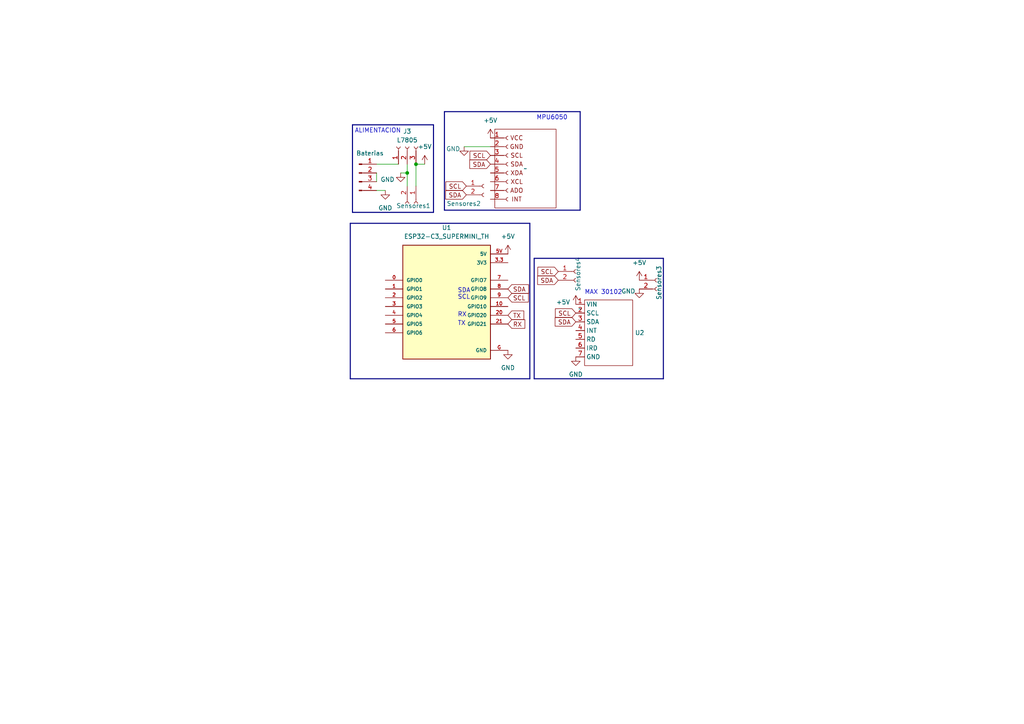
<source format=kicad_sch>
(kicad_sch (version 20230121) (generator eeschema)

  (uuid 04f87a8a-b6fa-48c9-add2-fbab3b3fb7dc)

  (paper "A4")

  (lib_symbols
    (symbol "Connector:Conn_01x02_Socket" (pin_names (offset 1.016) hide) (in_bom yes) (on_board yes)
      (property "Reference" "J" (at 0 2.54 0)
        (effects (font (size 1.27 1.27)))
      )
      (property "Value" "Conn_01x02_Socket" (at 0 -5.08 0)
        (effects (font (size 1.27 1.27)))
      )
      (property "Footprint" "" (at 0 0 0)
        (effects (font (size 1.27 1.27)) hide)
      )
      (property "Datasheet" "~" (at 0 0 0)
        (effects (font (size 1.27 1.27)) hide)
      )
      (property "ki_locked" "" (at 0 0 0)
        (effects (font (size 1.27 1.27)))
      )
      (property "ki_keywords" "connector" (at 0 0 0)
        (effects (font (size 1.27 1.27)) hide)
      )
      (property "ki_description" "Generic connector, single row, 01x02, script generated" (at 0 0 0)
        (effects (font (size 1.27 1.27)) hide)
      )
      (property "ki_fp_filters" "Connector*:*_1x??_*" (at 0 0 0)
        (effects (font (size 1.27 1.27)) hide)
      )
      (symbol "Conn_01x02_Socket_1_1"
        (arc (start 0 -2.032) (mid -0.5058 -2.54) (end 0 -3.048)
          (stroke (width 0.1524) (type default))
          (fill (type none))
        )
        (polyline
          (pts
            (xy -1.27 -2.54)
            (xy -0.508 -2.54)
          )
          (stroke (width 0.1524) (type default))
          (fill (type none))
        )
        (polyline
          (pts
            (xy -1.27 0)
            (xy -0.508 0)
          )
          (stroke (width 0.1524) (type default))
          (fill (type none))
        )
        (arc (start 0 0.508) (mid -0.5058 0) (end 0 -0.508)
          (stroke (width 0.1524) (type default))
          (fill (type none))
        )
        (pin passive line (at -5.08 0 0) (length 3.81)
          (name "Pin_1" (effects (font (size 1.27 1.27))))
          (number "1" (effects (font (size 1.27 1.27))))
        )
        (pin passive line (at -5.08 -2.54 0) (length 3.81)
          (name "Pin_2" (effects (font (size 1.27 1.27))))
          (number "2" (effects (font (size 1.27 1.27))))
        )
      )
    )
    (symbol "Connector:Conn_01x03_Socket" (pin_names (offset 1.016) hide) (in_bom yes) (on_board yes)
      (property "Reference" "J" (at 0 5.08 0)
        (effects (font (size 1.27 1.27)))
      )
      (property "Value" "Conn_01x03_Socket" (at 0 -5.08 0)
        (effects (font (size 1.27 1.27)))
      )
      (property "Footprint" "" (at 0 0 0)
        (effects (font (size 1.27 1.27)) hide)
      )
      (property "Datasheet" "~" (at 0 0 0)
        (effects (font (size 1.27 1.27)) hide)
      )
      (property "ki_locked" "" (at 0 0 0)
        (effects (font (size 1.27 1.27)))
      )
      (property "ki_keywords" "connector" (at 0 0 0)
        (effects (font (size 1.27 1.27)) hide)
      )
      (property "ki_description" "Generic connector, single row, 01x03, script generated" (at 0 0 0)
        (effects (font (size 1.27 1.27)) hide)
      )
      (property "ki_fp_filters" "Connector*:*_1x??_*" (at 0 0 0)
        (effects (font (size 1.27 1.27)) hide)
      )
      (symbol "Conn_01x03_Socket_1_1"
        (arc (start 0 -2.032) (mid -0.5058 -2.54) (end 0 -3.048)
          (stroke (width 0.1524) (type default))
          (fill (type none))
        )
        (polyline
          (pts
            (xy -1.27 -2.54)
            (xy -0.508 -2.54)
          )
          (stroke (width 0.1524) (type default))
          (fill (type none))
        )
        (polyline
          (pts
            (xy -1.27 0)
            (xy -0.508 0)
          )
          (stroke (width 0.1524) (type default))
          (fill (type none))
        )
        (polyline
          (pts
            (xy -1.27 2.54)
            (xy -0.508 2.54)
          )
          (stroke (width 0.1524) (type default))
          (fill (type none))
        )
        (arc (start 0 0.508) (mid -0.5058 0) (end 0 -0.508)
          (stroke (width 0.1524) (type default))
          (fill (type none))
        )
        (arc (start 0 3.048) (mid -0.5058 2.54) (end 0 2.032)
          (stroke (width 0.1524) (type default))
          (fill (type none))
        )
        (pin passive line (at -5.08 2.54 0) (length 3.81)
          (name "Pin_1" (effects (font (size 1.27 1.27))))
          (number "1" (effects (font (size 1.27 1.27))))
        )
        (pin passive line (at -5.08 0 0) (length 3.81)
          (name "Pin_2" (effects (font (size 1.27 1.27))))
          (number "2" (effects (font (size 1.27 1.27))))
        )
        (pin passive line (at -5.08 -2.54 0) (length 3.81)
          (name "Pin_3" (effects (font (size 1.27 1.27))))
          (number "3" (effects (font (size 1.27 1.27))))
        )
      )
    )
    (symbol "Connector:Conn_01x04_Pin" (pin_names (offset 1.016) hide) (in_bom yes) (on_board yes)
      (property "Reference" "J" (at 0 5.08 0)
        (effects (font (size 1.27 1.27)))
      )
      (property "Value" "Conn_01x04_Pin" (at 0 -7.62 0)
        (effects (font (size 1.27 1.27)))
      )
      (property "Footprint" "" (at 0 0 0)
        (effects (font (size 1.27 1.27)) hide)
      )
      (property "Datasheet" "~" (at 0 0 0)
        (effects (font (size 1.27 1.27)) hide)
      )
      (property "ki_locked" "" (at 0 0 0)
        (effects (font (size 1.27 1.27)))
      )
      (property "ki_keywords" "connector" (at 0 0 0)
        (effects (font (size 1.27 1.27)) hide)
      )
      (property "ki_description" "Generic connector, single row, 01x04, script generated" (at 0 0 0)
        (effects (font (size 1.27 1.27)) hide)
      )
      (property "ki_fp_filters" "Connector*:*_1x??_*" (at 0 0 0)
        (effects (font (size 1.27 1.27)) hide)
      )
      (symbol "Conn_01x04_Pin_1_1"
        (polyline
          (pts
            (xy 1.27 -5.08)
            (xy 0.8636 -5.08)
          )
          (stroke (width 0.1524) (type default))
          (fill (type none))
        )
        (polyline
          (pts
            (xy 1.27 -2.54)
            (xy 0.8636 -2.54)
          )
          (stroke (width 0.1524) (type default))
          (fill (type none))
        )
        (polyline
          (pts
            (xy 1.27 0)
            (xy 0.8636 0)
          )
          (stroke (width 0.1524) (type default))
          (fill (type none))
        )
        (polyline
          (pts
            (xy 1.27 2.54)
            (xy 0.8636 2.54)
          )
          (stroke (width 0.1524) (type default))
          (fill (type none))
        )
        (rectangle (start 0.8636 -4.953) (end 0 -5.207)
          (stroke (width 0.1524) (type default))
          (fill (type outline))
        )
        (rectangle (start 0.8636 -2.413) (end 0 -2.667)
          (stroke (width 0.1524) (type default))
          (fill (type outline))
        )
        (rectangle (start 0.8636 0.127) (end 0 -0.127)
          (stroke (width 0.1524) (type default))
          (fill (type outline))
        )
        (rectangle (start 0.8636 2.667) (end 0 2.413)
          (stroke (width 0.1524) (type default))
          (fill (type outline))
        )
        (pin passive line (at 5.08 2.54 180) (length 3.81)
          (name "Pin_1" (effects (font (size 1.27 1.27))))
          (number "1" (effects (font (size 1.27 1.27))))
        )
        (pin passive line (at 5.08 0 180) (length 3.81)
          (name "Pin_2" (effects (font (size 1.27 1.27))))
          (number "2" (effects (font (size 1.27 1.27))))
        )
        (pin passive line (at 5.08 -2.54 180) (length 3.81)
          (name "Pin_3" (effects (font (size 1.27 1.27))))
          (number "3" (effects (font (size 1.27 1.27))))
        )
        (pin passive line (at 5.08 -5.08 180) (length 3.81)
          (name "Pin_4" (effects (font (size 1.27 1.27))))
          (number "4" (effects (font (size 1.27 1.27))))
        )
      )
    )
    (symbol "ESP32-C3_SUPERMINI_TH:ESP32-C3_SUPERMINI_TH" (pin_names (offset 1.016)) (in_bom yes) (on_board yes)
      (property "Reference" "U" (at -12.7 16.002 0)
        (effects (font (size 1.27 1.27)) (justify left bottom))
      )
      (property "Value" "ESP32-C3_SUPERMINI_TH" (at -12.7 -20.32 0)
        (effects (font (size 1.27 1.27)) (justify left bottom))
      )
      (property "Footprint" "ESP32-C3_SUPERMINI_TH:MODULE_ESP32-C3_SUPERMINI" (at 0 0 0)
        (effects (font (size 1.27 1.27)) (justify bottom) hide)
      )
      (property "Datasheet" "" (at 0 0 0)
        (effects (font (size 1.27 1.27)) hide)
      )
      (property "MF" "Espressif Systems" (at 0 0 0)
        (effects (font (size 1.27 1.27)) (justify bottom) hide)
      )
      (property "MAXIMUM_PACKAGE_HEIGHT" "4.2mm" (at 0 0 0)
        (effects (font (size 1.27 1.27)) (justify bottom) hide)
      )
      (property "Package" "Package" (at 0 0 0)
        (effects (font (size 1.27 1.27)) (justify bottom) hide)
      )
      (property "Price" "None" (at 0 0 0)
        (effects (font (size 1.27 1.27)) (justify bottom) hide)
      )
      (property "Check_prices" "https://www.snapeda.com/parts/ESP32-C3%20SuperMini_TH/Espressif+Systems/view-part/?ref=eda" (at 0 0 0)
        (effects (font (size 1.27 1.27)) (justify bottom) hide)
      )
      (property "STANDARD" "Manufacturer Recommendations" (at 0 0 0)
        (effects (font (size 1.27 1.27)) (justify bottom) hide)
      )
      (property "PARTREV" "" (at 0 0 0)
        (effects (font (size 1.27 1.27)) (justify bottom) hide)
      )
      (property "SnapEDA_Link" "https://www.snapeda.com/parts/ESP32-C3%20SuperMini_TH/Espressif+Systems/view-part/?ref=snap" (at 0 0 0)
        (effects (font (size 1.27 1.27)) (justify bottom) hide)
      )
      (property "MP" "ESP32-C3 SuperMini_TH" (at 0 0 0)
        (effects (font (size 1.27 1.27)) (justify bottom) hide)
      )
      (property "Description" "\n                        \n                            Super tiny ESP32-C3 board\n                        \n" (at 0 0 0)
        (effects (font (size 1.27 1.27)) (justify bottom) hide)
      )
      (property "Availability" "Not in stock" (at 0 0 0)
        (effects (font (size 1.27 1.27)) (justify bottom) hide)
      )
      (property "MANUFACTURER" "Espressif" (at 0 0 0)
        (effects (font (size 1.27 1.27)) (justify bottom) hide)
      )
      (symbol "ESP32-C3_SUPERMINI_TH_0_0"
        (rectangle (start -12.7 -17.78) (end 12.7 15.24)
          (stroke (width 0.254) (type default))
          (fill (type background))
        )
        (pin bidirectional line (at -17.78 5.08 0) (length 5.08)
          (name "GPIO0" (effects (font (size 1.016 1.016))))
          (number "0" (effects (font (size 1.016 1.016))))
        )
        (pin bidirectional line (at -17.78 2.54 0) (length 5.08)
          (name "GPIO1" (effects (font (size 1.016 1.016))))
          (number "1" (effects (font (size 1.016 1.016))))
        )
        (pin bidirectional line (at 17.78 -2.54 180) (length 5.08)
          (name "GPIO10" (effects (font (size 1.016 1.016))))
          (number "10" (effects (font (size 1.016 1.016))))
        )
        (pin bidirectional line (at -17.78 0 0) (length 5.08)
          (name "GPIO2" (effects (font (size 1.016 1.016))))
          (number "2" (effects (font (size 1.016 1.016))))
        )
        (pin bidirectional line (at 17.78 -5.08 180) (length 5.08)
          (name "GPIO20" (effects (font (size 1.016 1.016))))
          (number "20" (effects (font (size 1.016 1.016))))
        )
        (pin bidirectional line (at 17.78 -7.62 180) (length 5.08)
          (name "GPIO21" (effects (font (size 1.016 1.016))))
          (number "21" (effects (font (size 1.016 1.016))))
        )
        (pin bidirectional line (at -17.78 -2.54 0) (length 5.08)
          (name "GPIO3" (effects (font (size 1.016 1.016))))
          (number "3" (effects (font (size 1.016 1.016))))
        )
        (pin power_in line (at 17.78 10.16 180) (length 5.08)
          (name "3V3" (effects (font (size 1.016 1.016))))
          (number "3.3" (effects (font (size 1.016 1.016))))
        )
        (pin bidirectional line (at -17.78 -5.08 0) (length 5.08)
          (name "GPIO4" (effects (font (size 1.016 1.016))))
          (number "4" (effects (font (size 1.016 1.016))))
        )
        (pin bidirectional line (at -17.78 -7.62 0) (length 5.08)
          (name "GPIO5" (effects (font (size 1.016 1.016))))
          (number "5" (effects (font (size 1.016 1.016))))
        )
        (pin power_in line (at 17.78 12.7 180) (length 5.08)
          (name "5V" (effects (font (size 1.016 1.016))))
          (number "5V" (effects (font (size 1.016 1.016))))
        )
        (pin bidirectional line (at -17.78 -10.16 0) (length 5.08)
          (name "GPIO6" (effects (font (size 1.016 1.016))))
          (number "6" (effects (font (size 1.016 1.016))))
        )
        (pin bidirectional line (at 17.78 5.08 180) (length 5.08)
          (name "GPIO7" (effects (font (size 1.016 1.016))))
          (number "7" (effects (font (size 1.016 1.016))))
        )
        (pin bidirectional line (at 17.78 2.54 180) (length 5.08)
          (name "GPIO8" (effects (font (size 1.016 1.016))))
          (number "8" (effects (font (size 1.016 1.016))))
        )
        (pin bidirectional line (at 17.78 0 180) (length 5.08)
          (name "GPIO9" (effects (font (size 1.016 1.016))))
          (number "9" (effects (font (size 1.016 1.016))))
        )
        (pin power_in line (at 17.78 -15.24 180) (length 5.08)
          (name "GND" (effects (font (size 1.016 1.016))))
          (number "G" (effects (font (size 1.016 1.016))))
        )
      )
    )
    (symbol "Huellas mias:MPU6050" (in_bom yes) (on_board yes)
      (property "Reference" "MPU6050" (at 0 13.97 0)
        (effects (font (size 1.27 1.27)))
      )
      (property "Value" "" (at 0 0 0)
        (effects (font (size 1.27 1.27)))
      )
      (property "Footprint" "" (at 0 0 0)
        (effects (font (size 1.27 1.27)) hide)
      )
      (property "Datasheet" "" (at 0 0 0)
        (effects (font (size 1.27 1.27)) hide)
      )
      (symbol "MPU6050_0_1"
        (rectangle (start 8.89 -11.43) (end -8.89 11.43)
          (stroke (width 0) (type default))
          (fill (type none))
        )
      )
      (symbol "MPU6050_1_1"
        (arc (start -5.08 -8.382) (mid -5.5858 -8.89) (end -5.08 -9.398)
          (stroke (width 0.1524) (type default))
          (fill (type none))
        )
        (arc (start -5.08 -5.842) (mid -5.5858 -6.35) (end -5.08 -6.858)
          (stroke (width 0.1524) (type default))
          (fill (type none))
        )
        (arc (start -5.08 -3.302) (mid -5.5858 -3.81) (end -5.08 -4.318)
          (stroke (width 0.1524) (type default))
          (fill (type none))
        )
        (arc (start -5.08 -0.762) (mid -5.5858 -1.27) (end -5.08 -1.778)
          (stroke (width 0.1524) (type default))
          (fill (type none))
        )
        (arc (start -5.08 1.778) (mid -5.5858 1.27) (end -5.08 0.762)
          (stroke (width 0.1524) (type default))
          (fill (type none))
        )
        (arc (start -5.08 4.318) (mid -5.5858 3.81) (end -5.08 3.302)
          (stroke (width 0.1524) (type default))
          (fill (type none))
        )
        (arc (start -5.08 6.858) (mid -5.5858 6.35) (end -5.08 5.842)
          (stroke (width 0.1524) (type default))
          (fill (type none))
        )
        (arc (start -5.08 9.398) (mid -5.5858 8.89) (end -5.08 8.382)
          (stroke (width 0.1524) (type default))
          (fill (type none))
        )
        (polyline
          (pts
            (xy -6.35 -8.89)
            (xy -5.588 -8.89)
          )
          (stroke (width 0.1524) (type default))
          (fill (type none))
        )
        (polyline
          (pts
            (xy -6.35 -6.35)
            (xy -5.588 -6.35)
          )
          (stroke (width 0.1524) (type default))
          (fill (type none))
        )
        (polyline
          (pts
            (xy -6.35 -3.81)
            (xy -5.588 -3.81)
          )
          (stroke (width 0.1524) (type default))
          (fill (type none))
        )
        (polyline
          (pts
            (xy -6.35 -1.27)
            (xy -5.588 -1.27)
          )
          (stroke (width 0.1524) (type default))
          (fill (type none))
        )
        (polyline
          (pts
            (xy -6.35 1.27)
            (xy -5.588 1.27)
          )
          (stroke (width 0.1524) (type default))
          (fill (type none))
        )
        (polyline
          (pts
            (xy -6.35 3.81)
            (xy -5.588 3.81)
          )
          (stroke (width 0.1524) (type default))
          (fill (type none))
        )
        (polyline
          (pts
            (xy -6.35 6.35)
            (xy -5.588 6.35)
          )
          (stroke (width 0.1524) (type default))
          (fill (type none))
        )
        (polyline
          (pts
            (xy -6.35 8.89)
            (xy -5.588 8.89)
          )
          (stroke (width 0.1524) (type default))
          (fill (type none))
        )
        (text "ADO" (at -2.54 -6.35 0)
          (effects (font (size 1.27 1.27)))
        )
        (text "GND\n" (at -2.54 6.35 0)
          (effects (font (size 1.27 1.27)))
        )
        (text "INT" (at -2.54 -8.89 0)
          (effects (font (size 1.27 1.27)))
        )
        (text "SCL\n" (at -2.54 3.81 0)
          (effects (font (size 1.27 1.27)))
        )
        (text "SDA" (at -2.54 1.27 0)
          (effects (font (size 1.27 1.27)))
        )
        (text "VCC" (at -2.54 8.89 0)
          (effects (font (size 1.27 1.27)))
        )
        (text "XCL" (at -2.54 -3.81 0)
          (effects (font (size 1.27 1.27)))
        )
        (text "XDA" (at -2.54 -1.27 0)
          (effects (font (size 1.27 1.27)))
        )
        (pin passive line (at -10.16 8.89 0) (length 3.81)
          (name "" (effects (font (size 1.27 1.27))))
          (number "1" (effects (font (size 1.27 1.27))))
        )
        (pin passive line (at -10.16 6.35 0) (length 3.81)
          (name "" (effects (font (size 1.27 1.27))))
          (number "2" (effects (font (size 1.27 1.27))))
        )
        (pin passive line (at -10.16 3.81 0) (length 3.81)
          (name "" (effects (font (size 1.27 1.27))))
          (number "3" (effects (font (size 1.27 1.27))))
        )
        (pin passive line (at -10.16 1.27 0) (length 3.81)
          (name "" (effects (font (size 1.27 1.27))))
          (number "4" (effects (font (size 1.27 1.27))))
        )
        (pin passive line (at -10.16 -1.27 0) (length 3.81)
          (name "" (effects (font (size 1.27 1.27))))
          (number "5" (effects (font (size 1.27 1.27))))
        )
        (pin passive line (at -10.16 -3.81 0) (length 3.81)
          (name "" (effects (font (size 1.27 1.27))))
          (number "6" (effects (font (size 1.27 1.27))))
        )
        (pin passive line (at -10.16 -6.35 0) (length 3.81)
          (name "" (effects (font (size 1.27 1.27))))
          (number "7" (effects (font (size 1.27 1.27))))
        )
        (pin passive line (at -10.16 -8.89 0) (length 3.81)
          (name "" (effects (font (size 1.27 1.27))))
          (number "8" (effects (font (size 1.27 1.27))))
        )
      )
    )
    (symbol "L9110S:MAX30102" (in_bom yes) (on_board yes)
      (property "Reference" "U" (at 0 6.35 0)
        (effects (font (size 1.27 1.27)))
      )
      (property "Value" "" (at 0 0 0)
        (effects (font (size 1.27 1.27)))
      )
      (property "Footprint" "" (at 0 0 0)
        (effects (font (size 1.27 1.27)) hide)
      )
      (property "Datasheet" "" (at 0 0 0)
        (effects (font (size 1.27 1.27)) hide)
      )
      (symbol "MAX30102_0_1"
        (rectangle (start 1.27 2.54) (end 15.24 -16.51)
          (stroke (width 0) (type default))
          (fill (type none))
        )
      )
      (symbol "MAX30102_1_1"
        (pin input line (at -1.27 1.27 0) (length 2.54)
          (name "VIN" (effects (font (size 1.27 1.27))))
          (number "1" (effects (font (size 1.27 1.27))))
        )
        (pin input line (at -1.27 -1.27 0) (length 2.54)
          (name "SCL" (effects (font (size 1.27 1.27))))
          (number "2" (effects (font (size 1.27 1.27))))
        )
        (pin input line (at -1.27 -3.81 0) (length 2.54)
          (name "SDA" (effects (font (size 1.27 1.27))))
          (number "3" (effects (font (size 1.27 1.27))))
        )
        (pin input line (at -1.27 -6.35 0) (length 2.54)
          (name "INT" (effects (font (size 1.27 1.27))))
          (number "4" (effects (font (size 1.27 1.27))))
        )
        (pin input line (at -1.27 -8.89 0) (length 2.54)
          (name "RD" (effects (font (size 1.27 1.27))))
          (number "5" (effects (font (size 1.27 1.27))))
        )
        (pin input line (at -1.27 -11.43 0) (length 2.54)
          (name "IRD" (effects (font (size 1.27 1.27))))
          (number "6" (effects (font (size 1.27 1.27))))
        )
        (pin input line (at -1.27 -13.97 0) (length 2.54)
          (name "GND" (effects (font (size 1.27 1.27))))
          (number "7" (effects (font (size 1.27 1.27))))
        )
      )
    )
    (symbol "power:+5V" (power) (pin_names (offset 0)) (in_bom yes) (on_board yes)
      (property "Reference" "#PWR" (at 0 -3.81 0)
        (effects (font (size 1.27 1.27)) hide)
      )
      (property "Value" "+5V" (at 0 3.556 0)
        (effects (font (size 1.27 1.27)))
      )
      (property "Footprint" "" (at 0 0 0)
        (effects (font (size 1.27 1.27)) hide)
      )
      (property "Datasheet" "" (at 0 0 0)
        (effects (font (size 1.27 1.27)) hide)
      )
      (property "ki_keywords" "global power" (at 0 0 0)
        (effects (font (size 1.27 1.27)) hide)
      )
      (property "ki_description" "Power symbol creates a global label with name \"+5V\"" (at 0 0 0)
        (effects (font (size 1.27 1.27)) hide)
      )
      (symbol "+5V_0_1"
        (polyline
          (pts
            (xy -0.762 1.27)
            (xy 0 2.54)
          )
          (stroke (width 0) (type default))
          (fill (type none))
        )
        (polyline
          (pts
            (xy 0 0)
            (xy 0 2.54)
          )
          (stroke (width 0) (type default))
          (fill (type none))
        )
        (polyline
          (pts
            (xy 0 2.54)
            (xy 0.762 1.27)
          )
          (stroke (width 0) (type default))
          (fill (type none))
        )
      )
      (symbol "+5V_1_1"
        (pin power_in line (at 0 0 90) (length 0) hide
          (name "+5V" (effects (font (size 1.27 1.27))))
          (number "1" (effects (font (size 1.27 1.27))))
        )
      )
    )
    (symbol "power:GND" (power) (pin_names (offset 0)) (in_bom yes) (on_board yes)
      (property "Reference" "#PWR" (at 0 -6.35 0)
        (effects (font (size 1.27 1.27)) hide)
      )
      (property "Value" "GND" (at 0 -3.81 0)
        (effects (font (size 1.27 1.27)))
      )
      (property "Footprint" "" (at 0 0 0)
        (effects (font (size 1.27 1.27)) hide)
      )
      (property "Datasheet" "" (at 0 0 0)
        (effects (font (size 1.27 1.27)) hide)
      )
      (property "ki_keywords" "global power" (at 0 0 0)
        (effects (font (size 1.27 1.27)) hide)
      )
      (property "ki_description" "Power symbol creates a global label with name \"GND\" , ground" (at 0 0 0)
        (effects (font (size 1.27 1.27)) hide)
      )
      (symbol "GND_0_1"
        (polyline
          (pts
            (xy 0 0)
            (xy 0 -1.27)
            (xy 1.27 -1.27)
            (xy 0 -2.54)
            (xy -1.27 -1.27)
            (xy 0 -1.27)
          )
          (stroke (width 0) (type default))
          (fill (type none))
        )
      )
      (symbol "GND_1_1"
        (pin power_in line (at 0 0 270) (length 0) hide
          (name "GND" (effects (font (size 1.27 1.27))))
          (number "1" (effects (font (size 1.27 1.27))))
        )
      )
    )
  )

  (junction (at 120.65 47.625) (diameter 0) (color 0 0 0 0)
    (uuid c430f29a-d4dd-4203-af2e-b596df5bcdf0)
  )
  (junction (at 118.11 50.165) (diameter 0) (color 0 0 0 0)
    (uuid dfed8abf-c986-4534-b904-4f23c07c432b)
  )

  (bus (pts (xy 154.94 74.93) (xy 154.94 109.855))
    (stroke (width 0) (type default))
    (uuid 0ecf5631-62ef-4b3c-8f3e-7fe0e92c2714)
  )
  (bus (pts (xy 192.405 109.855) (xy 192.405 74.93))
    (stroke (width 0) (type default))
    (uuid 0f86b6b2-fb5a-4fe3-bfda-9f7af91e5df8)
  )

  (wire (pts (xy 109.22 50.165) (xy 109.22 52.705))
    (stroke (width 0) (type default))
    (uuid 11317834-44d2-4173-ad3d-e1e5ca8e9dbe)
  )
  (bus (pts (xy 125.73 36.195) (xy 102.235 36.195))
    (stroke (width 0) (type default))
    (uuid 169ec691-c445-45c4-b2e9-9f9fd681d780)
  )
  (bus (pts (xy 102.235 36.195) (xy 102.235 61.595))
    (stroke (width 0) (type default))
    (uuid 1ede57d9-6f14-4d0c-8af1-761c273dd625)
  )
  (bus (pts (xy 128.905 60.96) (xy 128.905 32.385))
    (stroke (width 0) (type default))
    (uuid 1f873eef-58b2-4423-bd79-e1f443493413)
  )
  (bus (pts (xy 102.235 61.595) (xy 125.73 61.595))
    (stroke (width 0) (type default))
    (uuid 33ea807e-dd2e-401c-b546-07d1b3fa4fc4)
  )
  (bus (pts (xy 154.94 109.855) (xy 192.405 109.855))
    (stroke (width 0) (type default))
    (uuid 3aa548d0-5b72-49e7-84e4-58465553c336)
  )
  (bus (pts (xy 154.94 74.93) (xy 192.405 74.93))
    (stroke (width 0) (type default))
    (uuid 3af18a6c-cb06-4356-b00c-17e1980313b7)
  )
  (bus (pts (xy 168.275 60.96) (xy 128.905 60.96))
    (stroke (width 0) (type default))
    (uuid 4e8ae84d-5256-4eaa-bc89-e53c451381f4)
  )
  (bus (pts (xy 168.275 32.385) (xy 168.275 60.96))
    (stroke (width 0) (type default))
    (uuid 5c8de15e-d451-48e9-92be-b26dd78ca37e)
  )

  (wire (pts (xy 120.65 47.625) (xy 120.65 53.975))
    (stroke (width 0) (type default))
    (uuid 675ed41a-7fa5-417b-8bb7-2bc2d4ede6a6)
  )
  (wire (pts (xy 118.11 50.165) (xy 118.11 53.975))
    (stroke (width 0) (type default))
    (uuid 6d25d2c3-424a-49bd-921a-4b58b4bcb546)
  )
  (bus (pts (xy 101.6 64.77) (xy 101.6 109.855))
    (stroke (width 0) (type default))
    (uuid 7548a2c7-6dfe-49c6-8fb4-18804a00313c)
  )

  (wire (pts (xy 134.62 42.545) (xy 142.24 42.545))
    (stroke (width 0) (type default))
    (uuid 77f6acf8-a5fe-4caf-a794-87fb47414e09)
  )
  (bus (pts (xy 153.67 64.77) (xy 153.67 109.855))
    (stroke (width 0) (type default))
    (uuid 7ec1a84c-03a9-425e-add3-d60bf02d6251)
  )
  (bus (pts (xy 153.67 109.855) (xy 101.6 109.855))
    (stroke (width 0) (type default))
    (uuid 852a146d-d595-4f5f-a0d0-ec3d8011bb3e)
  )
  (bus (pts (xy 128.905 32.385) (xy 168.275 32.385))
    (stroke (width 0) (type default))
    (uuid 8f61d041-114a-40f8-b846-bb9a45ecb96d)
  )

  (wire (pts (xy 109.22 55.245) (xy 111.76 55.245))
    (stroke (width 0) (type default))
    (uuid a0aa3d59-23f9-4186-877a-aa4222f89d54)
  )
  (wire (pts (xy 109.22 47.625) (xy 115.57 47.625))
    (stroke (width 0) (type default))
    (uuid a668a7a5-db0a-4bc6-9bd3-5fb3b2ad070e)
  )
  (bus (pts (xy 125.73 36.195) (xy 125.73 61.595))
    (stroke (width 0) (type default))
    (uuid a902b85d-3733-4c0d-857d-46e48b8eb14c)
  )

  (wire (pts (xy 116.205 50.165) (xy 118.11 50.165))
    (stroke (width 0) (type default))
    (uuid b78bd260-3493-4a34-b4f9-3a7def6e99e7)
  )
  (wire (pts (xy 120.65 47.625) (xy 123.19 47.625))
    (stroke (width 0) (type default))
    (uuid d06cf34b-3020-447e-b6c7-d892b452a7d6)
  )
  (wire (pts (xy 118.11 50.165) (xy 118.11 47.625))
    (stroke (width 0) (type default))
    (uuid e41c8853-842c-46bf-aa9e-727b6f52cb14)
  )
  (bus (pts (xy 101.6 64.77) (xy 153.67 64.77))
    (stroke (width 0) (type default))
    (uuid f9e37c16-6ab0-4005-99c9-59535cfc4b04)
  )

  (text "ALIMENTACION " (at 102.87 38.735 0)
    (effects (font (size 1.27 1.27)) (justify left bottom))
    (uuid 149d2f1c-35c2-4e34-9089-0bc2153fca89)
  )
  (text "MPU6050\n" (at 155.575 34.925 0)
    (effects (font (size 1.27 1.27)) (justify left bottom))
    (uuid 181dd0ca-bc21-49d1-9409-669a22e2872c)
  )
  (text "TX" (at 132.715 94.615 0)
    (effects (font (size 1.27 1.27)) (justify left bottom))
    (uuid 19fc26fe-03d8-45fe-89c8-5c0b651b8b1c)
  )
  (text "SDA" (at 132.715 85.09 0)
    (effects (font (size 1.27 1.27)) (justify left bottom))
    (uuid 73037dfa-b272-4635-b961-f73d7e1bbfed)
  )
  (text "RX" (at 132.715 92.075 0)
    (effects (font (size 1.27 1.27)) (justify left bottom))
    (uuid 7cfc38d8-d6c7-41ae-8454-17979247a538)
  )
  (text "MAX 30102\n\n" (at 169.545 87.63 0)
    (effects (font (size 1.27 1.27)) (justify left bottom))
    (uuid c0285227-f92b-45f6-8498-419efc92c67e)
  )
  (text "SCL" (at 132.715 86.995 0)
    (effects (font (size 1.27 1.27)) (justify left bottom))
    (uuid d0e2abaf-1fde-4cfb-828d-f381b1d60842)
  )

  (global_label "SCL" (shape input) (at 142.24 45.085 180) (fields_autoplaced)
    (effects (font (size 1.27 1.27)) (justify right))
    (uuid 069fb96d-01de-43fb-8e6d-239f57a431ff)
    (property "Intersheetrefs" "${INTERSHEET_REFS}" (at 135.7472 45.085 0)
      (effects (font (size 1.27 1.27)) (justify right) hide)
    )
  )
  (global_label "SDA" (shape input) (at 135.255 56.515 180) (fields_autoplaced)
    (effects (font (size 1.27 1.27)) (justify right))
    (uuid 0c065a23-1854-4432-bf77-b3c1c6b6cf89)
    (property "Intersheetrefs" "${INTERSHEET_REFS}" (at 128.7017 56.515 0)
      (effects (font (size 1.27 1.27)) (justify right) hide)
    )
  )
  (global_label "TX" (shape input) (at 147.32 91.44 0) (fields_autoplaced)
    (effects (font (size 1.27 1.27)) (justify left))
    (uuid 15453d49-c2fd-4f40-aa7c-98fa5b43978c)
    (property "Intersheetrefs" "${INTERSHEET_REFS}" (at 152.4823 91.44 0)
      (effects (font (size 1.27 1.27)) (justify left) hide)
    )
  )
  (global_label "RX" (shape input) (at 147.32 93.98 0) (fields_autoplaced)
    (effects (font (size 1.27 1.27)) (justify left))
    (uuid 204431de-faaf-4046-9e08-c82991499a74)
    (property "Intersheetrefs" "${INTERSHEET_REFS}" (at 152.7847 93.98 0)
      (effects (font (size 1.27 1.27)) (justify left) hide)
    )
  )
  (global_label "SDA" (shape input) (at 147.32 83.82 0) (fields_autoplaced)
    (effects (font (size 1.27 1.27)) (justify left))
    (uuid 497455b0-c173-46c6-8fe1-a4f26996e0fa)
    (property "Intersheetrefs" "${INTERSHEET_REFS}" (at 153.8733 83.82 0)
      (effects (font (size 1.27 1.27)) (justify left) hide)
    )
  )
  (global_label "SDA" (shape input) (at 161.925 81.28 180) (fields_autoplaced)
    (effects (font (size 1.27 1.27)) (justify right))
    (uuid 4da0a9e2-c1c5-4b21-96a2-44f8d2263827)
    (property "Intersheetrefs" "${INTERSHEET_REFS}" (at 155.3717 81.28 0)
      (effects (font (size 1.27 1.27)) (justify right) hide)
    )
  )
  (global_label "SCL" (shape input) (at 167.005 90.805 180) (fields_autoplaced)
    (effects (font (size 1.27 1.27)) (justify right))
    (uuid 5c5c8f99-81c3-414f-a46e-248e61b0d8ca)
    (property "Intersheetrefs" "${INTERSHEET_REFS}" (at 160.5122 90.805 0)
      (effects (font (size 1.27 1.27)) (justify right) hide)
    )
  )
  (global_label "SDA" (shape input) (at 167.005 93.345 180) (fields_autoplaced)
    (effects (font (size 1.27 1.27)) (justify right))
    (uuid 5e5d5b4b-b92c-4686-8077-c00f3f805265)
    (property "Intersheetrefs" "${INTERSHEET_REFS}" (at 160.4517 93.345 0)
      (effects (font (size 1.27 1.27)) (justify right) hide)
    )
  )
  (global_label "SDA" (shape input) (at 142.24 47.625 180) (fields_autoplaced)
    (effects (font (size 1.27 1.27)) (justify right))
    (uuid 720ffbac-54c9-4f0d-827d-8153aa736a69)
    (property "Intersheetrefs" "${INTERSHEET_REFS}" (at 135.6867 47.625 0)
      (effects (font (size 1.27 1.27)) (justify right) hide)
    )
  )
  (global_label "SCL" (shape input) (at 147.32 86.36 0) (fields_autoplaced)
    (effects (font (size 1.27 1.27)) (justify left))
    (uuid 96cdd387-809e-4652-a17f-8f363d4f5568)
    (property "Intersheetrefs" "${INTERSHEET_REFS}" (at 153.8128 86.36 0)
      (effects (font (size 1.27 1.27)) (justify left) hide)
    )
  )
  (global_label "SCL" (shape input) (at 161.925 78.74 180) (fields_autoplaced)
    (effects (font (size 1.27 1.27)) (justify right))
    (uuid d0653694-5114-47b0-a1ff-8ace75639bbe)
    (property "Intersheetrefs" "${INTERSHEET_REFS}" (at 155.4322 78.74 0)
      (effects (font (size 1.27 1.27)) (justify right) hide)
    )
  )
  (global_label "SCL" (shape input) (at 135.255 53.975 180) (fields_autoplaced)
    (effects (font (size 1.27 1.27)) (justify right))
    (uuid d4a49087-a138-4e20-8fdf-673d747dee9e)
    (property "Intersheetrefs" "${INTERSHEET_REFS}" (at 128.7622 53.975 0)
      (effects (font (size 1.27 1.27)) (justify right) hide)
    )
  )

  (symbol (lib_id "power:+5V") (at 147.32 73.66 0) (unit 1)
    (in_bom yes) (on_board yes) (dnp no) (fields_autoplaced)
    (uuid 10b1c523-0b43-403e-bb1e-6f6b1bbed779)
    (property "Reference" "#PWR07" (at 147.32 77.47 0)
      (effects (font (size 1.27 1.27)) hide)
    )
    (property "Value" "+5V" (at 147.32 68.58 0)
      (effects (font (size 1.27 1.27)))
    )
    (property "Footprint" "" (at 147.32 73.66 0)
      (effects (font (size 1.27 1.27)) hide)
    )
    (property "Datasheet" "" (at 147.32 73.66 0)
      (effects (font (size 1.27 1.27)) hide)
    )
    (pin "1" (uuid 37359c7c-a345-4f34-a5a7-ad9eb9a20e99))
    (instances
      (project "Placas generales California"
        (path "/04f87a8a-b6fa-48c9-add2-fbab3b3fb7dc"
          (reference "#PWR07") (unit 1)
        )
      )
    )
  )

  (symbol (lib_id "Connector:Conn_01x04_Pin") (at 104.14 50.165 0) (unit 1)
    (in_bom yes) (on_board yes) (dnp no)
    (uuid 2639e29b-9f9f-4c77-8cff-edd17b707323)
    (property "Reference" "Baterias" (at 107.315 44.45 0)
      (effects (font (size 1.27 1.27)))
    )
    (property "Value" "Conn_01x04_Pin" (at 104.775 45.085 0)
      (effects (font (size 1.27 1.27)) hide)
    )
    (property "Footprint" "Connector_PinHeader_1.27mm:PinHeader_1x04_P1.27mm_Vertical" (at 104.14 50.165 0)
      (effects (font (size 1.27 1.27)) hide)
    )
    (property "Datasheet" "~" (at 104.14 50.165 0)
      (effects (font (size 1.27 1.27)) hide)
    )
    (pin "2" (uuid cc7e1389-7c19-4ed8-b2e8-c38c2f8652bb))
    (pin "3" (uuid 5d1a4c0b-a503-4aa3-ba71-6e1a579d810a))
    (pin "1" (uuid af0345c8-f361-448c-be86-ba2603e84b4e))
    (pin "4" (uuid 50c1486b-a5cd-4c60-9e5c-7c765b68ad9e))
    (instances
      (project "Placas generales California"
        (path "/04f87a8a-b6fa-48c9-add2-fbab3b3fb7dc"
          (reference "Baterias") (unit 1)
        )
      )
    )
  )

  (symbol (lib_id "Connector:Conn_01x02_Socket") (at 167.005 78.74 0) (unit 1)
    (in_bom yes) (on_board yes) (dnp no)
    (uuid 2707e80a-6246-4868-b4c5-84b7ca32aaf9)
    (property "Reference" "Sensores4" (at 167.64 84.455 90)
      (effects (font (size 1.27 1.27)) (justify left))
    )
    (property "Value" "Conn_01x02_Socket" (at 167.64 76.835 90)
      (effects (font (size 1.27 1.27)) (justify left) hide)
    )
    (property "Footprint" "Connector_PinSocket_2.54mm:PinSocket_1x02_P2.54mm_Vertical" (at 167.005 78.74 0)
      (effects (font (size 1.27 1.27)) hide)
    )
    (property "Datasheet" "~" (at 167.005 78.74 0)
      (effects (font (size 1.27 1.27)) hide)
    )
    (pin "2" (uuid fceb08a1-2709-4a18-adec-a26758f73928))
    (pin "1" (uuid 92f7e43a-3e5e-4e79-9e71-be203401ad15))
    (instances
      (project "Placas generales California"
        (path "/04f87a8a-b6fa-48c9-add2-fbab3b3fb7dc"
          (reference "Sensores4") (unit 1)
        )
      )
    )
  )

  (symbol (lib_id "power:GND") (at 111.76 55.245 0) (unit 1)
    (in_bom yes) (on_board yes) (dnp no) (fields_autoplaced)
    (uuid 3488894b-f8cc-41ad-b0f6-a31684791a98)
    (property "Reference" "#PWR08" (at 111.76 61.595 0)
      (effects (font (size 1.27 1.27)) hide)
    )
    (property "Value" "GND" (at 111.76 60.325 0)
      (effects (font (size 1.27 1.27)))
    )
    (property "Footprint" "" (at 111.76 55.245 0)
      (effects (font (size 1.27 1.27)) hide)
    )
    (property "Datasheet" "" (at 111.76 55.245 0)
      (effects (font (size 1.27 1.27)) hide)
    )
    (pin "1" (uuid 3f605a35-b57e-48cc-b411-08627561bafd))
    (instances
      (project "Placas generales California"
        (path "/04f87a8a-b6fa-48c9-add2-fbab3b3fb7dc"
          (reference "#PWR08") (unit 1)
        )
      )
    )
  )

  (symbol (lib_id "power:GND") (at 147.32 101.6 0) (unit 1)
    (in_bom yes) (on_board yes) (dnp no)
    (uuid 364e788c-2008-447b-a7a4-3b2fc90050fc)
    (property "Reference" "#PWR01" (at 147.32 107.95 0)
      (effects (font (size 1.27 1.27)) hide)
    )
    (property "Value" "GND" (at 147.32 106.68 0)
      (effects (font (size 1.27 1.27)))
    )
    (property "Footprint" "" (at 147.32 101.6 0)
      (effects (font (size 1.27 1.27)) hide)
    )
    (property "Datasheet" "" (at 147.32 101.6 0)
      (effects (font (size 1.27 1.27)) hide)
    )
    (pin "1" (uuid 7e0638fb-3861-4b43-9ce3-3eb8dc48242c))
    (instances
      (project "Placas generales California"
        (path "/04f87a8a-b6fa-48c9-add2-fbab3b3fb7dc"
          (reference "#PWR01") (unit 1)
        )
      )
    )
  )

  (symbol (lib_id "Connector:Conn_01x02_Socket") (at 190.5 81.28 0) (unit 1)
    (in_bom yes) (on_board yes) (dnp no)
    (uuid 36e1f1da-f75e-4f99-9456-fcc701045cad)
    (property "Reference" "Sensores3" (at 191.135 86.995 90)
      (effects (font (size 1.27 1.27)) (justify left))
    )
    (property "Value" "Conn_01x02_Socket" (at 191.135 79.375 90)
      (effects (font (size 1.27 1.27)) (justify left) hide)
    )
    (property "Footprint" "Connector_PinSocket_2.54mm:PinSocket_1x02_P2.54mm_Vertical" (at 190.5 81.28 0)
      (effects (font (size 1.27 1.27)) hide)
    )
    (property "Datasheet" "~" (at 190.5 81.28 0)
      (effects (font (size 1.27 1.27)) hide)
    )
    (pin "2" (uuid 372ae915-03ec-4981-ada7-3ce028f7f0a4))
    (pin "1" (uuid 689aa84f-94d0-4301-a3ac-5b07c0e5cae6))
    (instances
      (project "Placas generales California"
        (path "/04f87a8a-b6fa-48c9-add2-fbab3b3fb7dc"
          (reference "Sensores3") (unit 1)
        )
      )
    )
  )

  (symbol (lib_id "power:GND") (at 116.205 50.165 0) (unit 1)
    (in_bom yes) (on_board yes) (dnp no)
    (uuid 3930f835-8ef3-4a48-95dc-40f34b91e0aa)
    (property "Reference" "#PWR09" (at 116.205 56.515 0)
      (effects (font (size 1.27 1.27)) hide)
    )
    (property "Value" "GND" (at 112.395 52.07 0)
      (effects (font (size 1.27 1.27)))
    )
    (property "Footprint" "" (at 116.205 50.165 0)
      (effects (font (size 1.27 1.27)) hide)
    )
    (property "Datasheet" "" (at 116.205 50.165 0)
      (effects (font (size 1.27 1.27)) hide)
    )
    (pin "1" (uuid 522d0e32-beb3-4708-98bc-35cbc3539ea8))
    (instances
      (project "Placas generales California"
        (path "/04f87a8a-b6fa-48c9-add2-fbab3b3fb7dc"
          (reference "#PWR09") (unit 1)
        )
      )
    )
  )

  (symbol (lib_id "Connector:Conn_01x02_Socket") (at 140.335 53.975 0) (unit 1)
    (in_bom yes) (on_board yes) (dnp no)
    (uuid 3fc732b2-a066-4db0-b8af-8d879c3d49ee)
    (property "Reference" "Sensores2" (at 129.54 59.055 0)
      (effects (font (size 1.27 1.27)) (justify left))
    )
    (property "Value" "Conn_01x02_Socket" (at 140.97 52.07 90)
      (effects (font (size 1.27 1.27)) (justify left) hide)
    )
    (property "Footprint" "Connector_PinSocket_2.54mm:PinSocket_1x02_P2.54mm_Vertical" (at 140.335 53.975 0)
      (effects (font (size 1.27 1.27)) hide)
    )
    (property "Datasheet" "~" (at 140.335 53.975 0)
      (effects (font (size 1.27 1.27)) hide)
    )
    (pin "2" (uuid b2060d0e-dffe-4a47-881a-7baab86792b9))
    (pin "1" (uuid d7d56ebc-603d-41bf-93c2-f460e81a2fcb))
    (instances
      (project "Placas generales California"
        (path "/04f87a8a-b6fa-48c9-add2-fbab3b3fb7dc"
          (reference "Sensores2") (unit 1)
        )
      )
    )
  )

  (symbol (lib_id "ESP32-C3_SUPERMINI_TH:ESP32-C3_SUPERMINI_TH") (at 129.54 86.36 0) (unit 1)
    (in_bom yes) (on_board yes) (dnp no) (fields_autoplaced)
    (uuid 46a91fc5-c7a9-439e-9b57-9081fd5ffc0d)
    (property "Reference" "U1" (at 129.54 66.04 0)
      (effects (font (size 1.27 1.27)))
    )
    (property "Value" "ESP32-C3_SUPERMINI_TH" (at 129.54 68.58 0)
      (effects (font (size 1.27 1.27)))
    )
    (property "Footprint" "ESP32-C3_SUPERMINI_TH:MODULE_ESP32-C3_SUPERMINI" (at 129.54 86.36 0)
      (effects (font (size 1.27 1.27)) (justify bottom) hide)
    )
    (property "Datasheet" "" (at 129.54 86.36 0)
      (effects (font (size 1.27 1.27)) hide)
    )
    (property "MF" "Espressif Systems" (at 129.54 86.36 0)
      (effects (font (size 1.27 1.27)) (justify bottom) hide)
    )
    (property "MAXIMUM_PACKAGE_HEIGHT" "4.2mm" (at 129.54 86.36 0)
      (effects (font (size 1.27 1.27)) (justify bottom) hide)
    )
    (property "Package" "Package" (at 129.54 86.36 0)
      (effects (font (size 1.27 1.27)) (justify bottom) hide)
    )
    (property "Price" "None" (at 129.54 86.36 0)
      (effects (font (size 1.27 1.27)) (justify bottom) hide)
    )
    (property "Check_prices" "https://www.snapeda.com/parts/ESP32-C3%20SuperMini_TH/Espressif+Systems/view-part/?ref=eda" (at 129.54 86.36 0)
      (effects (font (size 1.27 1.27)) (justify bottom) hide)
    )
    (property "STANDARD" "Manufacturer Recommendations" (at 129.54 86.36 0)
      (effects (font (size 1.27 1.27)) (justify bottom) hide)
    )
    (property "PARTREV" "" (at 129.54 86.36 0)
      (effects (font (size 1.27 1.27)) (justify bottom) hide)
    )
    (property "SnapEDA_Link" "https://www.snapeda.com/parts/ESP32-C3%20SuperMini_TH/Espressif+Systems/view-part/?ref=snap" (at 129.54 86.36 0)
      (effects (font (size 1.27 1.27)) (justify bottom) hide)
    )
    (property "MP" "ESP32-C3 SuperMini_TH" (at 129.54 86.36 0)
      (effects (font (size 1.27 1.27)) (justify bottom) hide)
    )
    (property "Description" "\n                        \n                            Super tiny ESP32-C3 board\n                        \n" (at 129.54 86.36 0)
      (effects (font (size 1.27 1.27)) (justify bottom) hide)
    )
    (property "Availability" "Not in stock" (at 129.54 86.36 0)
      (effects (font (size 1.27 1.27)) (justify bottom) hide)
    )
    (property "MANUFACTURER" "Espressif" (at 129.54 86.36 0)
      (effects (font (size 1.27 1.27)) (justify bottom) hide)
    )
    (pin "3.3" (uuid 4f1da610-71e7-496c-bfbb-e81be1ccc204))
    (pin "9" (uuid c1760496-381d-4cc2-b4a8-544845072f63))
    (pin "4" (uuid 696a583d-4a98-4aec-929e-c1f913f18963))
    (pin "5V" (uuid 49b26076-57a7-4a96-89d7-ff81d1ef4db6))
    (pin "1" (uuid 5e35ba41-df25-4323-abb0-8e2527f3859d))
    (pin "10" (uuid bfe367b1-13e9-49e9-aaeb-a74719ad6e54))
    (pin "7" (uuid c8f910f1-dcf8-49e7-8cc5-8c167a250f5b))
    (pin "0" (uuid 57d4bed8-a886-4429-b3a0-7c5d4d154a35))
    (pin "21" (uuid 0fee77cf-77eb-4856-a396-d5877d33d46f))
    (pin "G" (uuid 5a34c224-0fd1-4d4b-88e6-3a372653be77))
    (pin "6" (uuid 658dc44e-8027-4d2c-b9df-61078dd0b620))
    (pin "5" (uuid 7bc28f2e-185e-48ab-a3d3-b8ae2b4a4630))
    (pin "20" (uuid 7f41e1ed-171c-42f2-a6ed-8725a96896c7))
    (pin "3" (uuid ef503a11-6cd9-42c3-a90b-65dfac230dda))
    (pin "2" (uuid e99da0b6-07e8-413a-b5ea-0160ba900380))
    (pin "8" (uuid bcfd49ef-6584-4b10-b00f-1e3131ca9ff3))
    (instances
      (project "Placas generales California"
        (path "/04f87a8a-b6fa-48c9-add2-fbab3b3fb7dc"
          (reference "U1") (unit 1)
        )
      )
    )
  )

  (symbol (lib_id "Huellas mias:MPU6050") (at 152.4 48.895 0) (unit 1)
    (in_bom yes) (on_board yes) (dnp no) (fields_autoplaced)
    (uuid 4914e1a6-a0e7-43f2-8fa0-aaf64c55c095)
    (property "Reference" "MPU1" (at 161.925 48.895 0)
      (effects (font (size 1.27 1.27)) (justify left) hide)
    )
    (property "Value" "~" (at 152.4 48.895 0)
      (effects (font (size 1.27 1.27)))
    )
    (property "Footprint" "HUELLAS MIAS:MPU6050" (at 152.4 48.895 0)
      (effects (font (size 1.27 1.27)) hide)
    )
    (property "Datasheet" "" (at 152.4 48.895 0)
      (effects (font (size 1.27 1.27)) hide)
    )
    (pin "4" (uuid 0ce54a49-dcd6-4b0d-a0d3-cb343858cafe))
    (pin "1" (uuid acbc9efd-1f7e-4b3f-841c-0c2a415f20d5))
    (pin "5" (uuid cae8f52a-d6f4-4866-94b6-fbcc11ad20f3))
    (pin "3" (uuid 147179af-8107-4b18-91f4-3c16f7f4e21b))
    (pin "6" (uuid cea34e18-248d-4327-af1f-4c371e158e97))
    (pin "7" (uuid e99b1cd3-9627-4c82-abf4-a204121163e0))
    (pin "2" (uuid 05c4f0ae-eb4a-4b82-9432-901302b7acdc))
    (pin "8" (uuid cea0bc72-ce08-480f-bba4-90dd5cf4dd4f))
    (instances
      (project "Placas generales California"
        (path "/04f87a8a-b6fa-48c9-add2-fbab3b3fb7dc"
          (reference "MPU1") (unit 1)
        )
      )
    )
  )

  (symbol (lib_id "Connector:Conn_01x03_Socket") (at 118.11 42.545 90) (unit 1)
    (in_bom yes) (on_board yes) (dnp no) (fields_autoplaced)
    (uuid 5a6016b4-269c-4e42-9547-ee5b8349049f)
    (property "Reference" "J3" (at 118.11 38.1 90)
      (effects (font (size 1.27 1.27)))
    )
    (property "Value" "L7805" (at 118.11 40.64 90)
      (effects (font (size 1.27 1.27)))
    )
    (property "Footprint" "Connector_PinSocket_2.54mm:PinSocket_1x03_P2.54mm_Vertical" (at 118.11 42.545 0)
      (effects (font (size 1.27 1.27)) hide)
    )
    (property "Datasheet" "~" (at 118.11 42.545 0)
      (effects (font (size 1.27 1.27)) hide)
    )
    (pin "2" (uuid cb1849e7-6375-4bce-b064-fb85e59e4470))
    (pin "1" (uuid 09126fa3-f8c5-4911-85f7-fb44b6b77f23))
    (pin "3" (uuid 10fb505c-8c6f-4a8e-b884-6a4426d53cd7))
    (instances
      (project "Placas generales California"
        (path "/04f87a8a-b6fa-48c9-add2-fbab3b3fb7dc"
          (reference "J3") (unit 1)
        )
      )
    )
  )

  (symbol (lib_id "power:GND") (at 185.42 83.82 0) (unit 1)
    (in_bom yes) (on_board yes) (dnp no)
    (uuid 7da637f8-1eca-4040-b98b-6bdcc3a7cdba)
    (property "Reference" "#PWR014" (at 185.42 90.17 0)
      (effects (font (size 1.27 1.27)) hide)
    )
    (property "Value" "GND" (at 182.245 84.455 0)
      (effects (font (size 1.27 1.27)))
    )
    (property "Footprint" "" (at 185.42 83.82 0)
      (effects (font (size 1.27 1.27)) hide)
    )
    (property "Datasheet" "" (at 185.42 83.82 0)
      (effects (font (size 1.27 1.27)) hide)
    )
    (pin "1" (uuid 8afe6a6f-0fd3-4fdc-bec3-5c6c1f65abac))
    (instances
      (project "Placas generales California"
        (path "/04f87a8a-b6fa-48c9-add2-fbab3b3fb7dc"
          (reference "#PWR014") (unit 1)
        )
      )
    )
  )

  (symbol (lib_id "power:+5V") (at 167.005 88.265 0) (unit 1)
    (in_bom yes) (on_board yes) (dnp no)
    (uuid 80425dd8-3030-4268-87c1-ea7f546a928f)
    (property "Reference" "#PWR06" (at 167.005 92.075 0)
      (effects (font (size 1.27 1.27)) hide)
    )
    (property "Value" "+5V" (at 161.29 87.63 0)
      (effects (font (size 1.27 1.27)) (justify left))
    )
    (property "Footprint" "" (at 167.005 88.265 0)
      (effects (font (size 1.27 1.27)) hide)
    )
    (property "Datasheet" "" (at 167.005 88.265 0)
      (effects (font (size 1.27 1.27)) hide)
    )
    (pin "1" (uuid 04476664-5ecf-46e2-ac7e-30b3e212c075))
    (instances
      (project "Placas generales California"
        (path "/04f87a8a-b6fa-48c9-add2-fbab3b3fb7dc"
          (reference "#PWR06") (unit 1)
        )
      )
    )
  )

  (symbol (lib_id "power:+5V") (at 142.24 40.005 0) (unit 1)
    (in_bom yes) (on_board yes) (dnp no) (fields_autoplaced)
    (uuid 8186da51-2e6e-4b39-a7e3-0f6d4565296b)
    (property "Reference" "#PWR011" (at 142.24 43.815 0)
      (effects (font (size 1.27 1.27)) hide)
    )
    (property "Value" "+5V" (at 142.24 34.925 0)
      (effects (font (size 1.27 1.27)))
    )
    (property "Footprint" "" (at 142.24 40.005 0)
      (effects (font (size 1.27 1.27)) hide)
    )
    (property "Datasheet" "" (at 142.24 40.005 0)
      (effects (font (size 1.27 1.27)) hide)
    )
    (pin "1" (uuid 2a2b29e4-8119-4e57-aed3-b3332812e131))
    (instances
      (project "Placas generales California"
        (path "/04f87a8a-b6fa-48c9-add2-fbab3b3fb7dc"
          (reference "#PWR011") (unit 1)
        )
      )
    )
  )

  (symbol (lib_id "power:+5V") (at 185.42 81.28 0) (unit 1)
    (in_bom yes) (on_board yes) (dnp no) (fields_autoplaced)
    (uuid 993344d0-95d9-4849-a38c-f1bbded5a1b1)
    (property "Reference" "#PWR013" (at 185.42 85.09 0)
      (effects (font (size 1.27 1.27)) hide)
    )
    (property "Value" "+5V" (at 185.42 76.2 0)
      (effects (font (size 1.27 1.27)))
    )
    (property "Footprint" "" (at 185.42 81.28 0)
      (effects (font (size 1.27 1.27)) hide)
    )
    (property "Datasheet" "" (at 185.42 81.28 0)
      (effects (font (size 1.27 1.27)) hide)
    )
    (pin "1" (uuid 34a86927-3fa0-4e74-b830-fccd391c71e9))
    (instances
      (project "Placas generales California"
        (path "/04f87a8a-b6fa-48c9-add2-fbab3b3fb7dc"
          (reference "#PWR013") (unit 1)
        )
      )
    )
  )

  (symbol (lib_id "L9110S:MAX30102") (at 168.275 89.535 0) (unit 1)
    (in_bom yes) (on_board yes) (dnp no) (fields_autoplaced)
    (uuid a2b62da3-d178-4101-a1dd-7ca8677923e1)
    (property "Reference" "U2" (at 184.15 96.52 0)
      (effects (font (size 1.27 1.27)) (justify left))
    )
    (property "Value" "~" (at 168.275 89.535 0)
      (effects (font (size 1.27 1.27)))
    )
    (property "Footprint" "MAX30102:max30102" (at 168.275 89.535 0)
      (effects (font (size 1.27 1.27)) hide)
    )
    (property "Datasheet" "" (at 168.275 89.535 0)
      (effects (font (size 1.27 1.27)) hide)
    )
    (pin "7" (uuid 30d71862-2668-4569-8b9e-4b1b81fc439a))
    (pin "6" (uuid 22281a52-da6d-46f8-9b0c-7b34e678f296))
    (pin "3" (uuid 3a30429e-852f-4725-8a11-b2fb78b81e4d))
    (pin "5" (uuid 502ba7d0-984a-4b81-86b5-e1c388432176))
    (pin "2" (uuid 8acc83f1-e4e7-4ef3-92cf-98cf5017e376))
    (pin "1" (uuid 1940be22-3a01-4aca-b38c-12b594202733))
    (pin "4" (uuid 2a337dab-afa6-4f0d-adac-4a52d09cc467))
    (instances
      (project "Placas generales California"
        (path "/04f87a8a-b6fa-48c9-add2-fbab3b3fb7dc"
          (reference "U2") (unit 1)
        )
      )
    )
  )

  (symbol (lib_id "power:GND") (at 134.62 42.545 0) (unit 1)
    (in_bom yes) (on_board yes) (dnp no)
    (uuid a3702baa-b856-4adc-8cda-a243175eb0e6)
    (property "Reference" "#PWR03" (at 134.62 48.895 0)
      (effects (font (size 1.27 1.27)) hide)
    )
    (property "Value" "GND" (at 131.445 43.18 0)
      (effects (font (size 1.27 1.27)))
    )
    (property "Footprint" "" (at 134.62 42.545 0)
      (effects (font (size 1.27 1.27)) hide)
    )
    (property "Datasheet" "" (at 134.62 42.545 0)
      (effects (font (size 1.27 1.27)) hide)
    )
    (pin "1" (uuid af2a54f4-16f7-4a00-bae3-3040f73c6830))
    (instances
      (project "Placas generales California"
        (path "/04f87a8a-b6fa-48c9-add2-fbab3b3fb7dc"
          (reference "#PWR03") (unit 1)
        )
      )
    )
  )

  (symbol (lib_id "power:GND") (at 167.005 103.505 0) (unit 1)
    (in_bom yes) (on_board yes) (dnp no) (fields_autoplaced)
    (uuid b850a469-3eea-488d-a5a8-36b7849e90f5)
    (property "Reference" "#PWR04" (at 167.005 109.855 0)
      (effects (font (size 1.27 1.27)) hide)
    )
    (property "Value" "GND" (at 167.005 108.585 0)
      (effects (font (size 1.27 1.27)))
    )
    (property "Footprint" "" (at 167.005 103.505 0)
      (effects (font (size 1.27 1.27)) hide)
    )
    (property "Datasheet" "" (at 167.005 103.505 0)
      (effects (font (size 1.27 1.27)) hide)
    )
    (pin "1" (uuid 789c302b-2e6b-43c7-82bf-e4caa41d86f6))
    (instances
      (project "Placas generales California"
        (path "/04f87a8a-b6fa-48c9-add2-fbab3b3fb7dc"
          (reference "#PWR04") (unit 1)
        )
      )
    )
  )

  (symbol (lib_id "Connector:Conn_01x02_Socket") (at 120.65 59.055 270) (unit 1)
    (in_bom yes) (on_board yes) (dnp no)
    (uuid bf1ccaf2-4c33-468c-b88b-d213f1515f7a)
    (property "Reference" "Sensores1" (at 114.935 59.69 90)
      (effects (font (size 1.27 1.27)) (justify left))
    )
    (property "Value" "Conn_01x02_Socket" (at 122.555 59.69 90)
      (effects (font (size 1.27 1.27)) (justify left) hide)
    )
    (property "Footprint" "Connector_PinSocket_2.54mm:PinSocket_1x02_P2.54mm_Vertical" (at 120.65 59.055 0)
      (effects (font (size 1.27 1.27)) hide)
    )
    (property "Datasheet" "~" (at 120.65 59.055 0)
      (effects (font (size 1.27 1.27)) hide)
    )
    (pin "2" (uuid dbd74c72-e1ce-46b5-bb60-42fc0b95b8b2))
    (pin "1" (uuid ef43cba0-b63a-48a5-859c-f494506aa8cc))
    (instances
      (project "Placas generales California"
        (path "/04f87a8a-b6fa-48c9-add2-fbab3b3fb7dc"
          (reference "Sensores1") (unit 1)
        )
      )
    )
  )

  (symbol (lib_id "power:+5V") (at 123.19 47.625 0) (unit 1)
    (in_bom yes) (on_board yes) (dnp no) (fields_autoplaced)
    (uuid cce7316c-531a-4ff6-8592-4860ca6f1b9d)
    (property "Reference" "#PWR010" (at 123.19 51.435 0)
      (effects (font (size 1.27 1.27)) hide)
    )
    (property "Value" "+5V" (at 123.19 42.545 0)
      (effects (font (size 1.27 1.27)))
    )
    (property "Footprint" "" (at 123.19 47.625 0)
      (effects (font (size 1.27 1.27)) hide)
    )
    (property "Datasheet" "" (at 123.19 47.625 0)
      (effects (font (size 1.27 1.27)) hide)
    )
    (pin "1" (uuid 9f42aa91-5cc1-4b5f-89a4-c35b21b42e60))
    (instances
      (project "Placas generales California"
        (path "/04f87a8a-b6fa-48c9-add2-fbab3b3fb7dc"
          (reference "#PWR010") (unit 1)
        )
      )
    )
  )

  (sheet_instances
    (path "/" (page "1"))
  )
)

</source>
